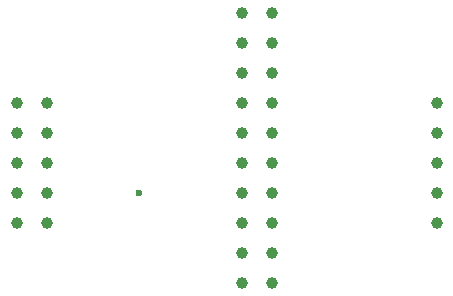
<source format=gbr>
%TF.GenerationSoftware,KiCad,Pcbnew,9.0.1*%
%TF.CreationDate,2025-04-12T19:48:41+08:00*%
%TF.ProjectId,stlink_ex,73746c69-6e6b-45f6-9578-2e6b69636164,rev?*%
%TF.SameCoordinates,Original*%
%TF.FileFunction,Plated,1,2,PTH,Drill*%
%TF.FilePolarity,Positive*%
%FSLAX46Y46*%
G04 Gerber Fmt 4.6, Leading zero omitted, Abs format (unit mm)*
G04 Created by KiCad (PCBNEW 9.0.1) date 2025-04-12 19:48:41*
%MOMM*%
%LPD*%
G01*
G04 APERTURE LIST*
%TA.AperFunction,ViaDrill*%
%ADD10C,0.600000*%
%TD*%
%TA.AperFunction,ComponentDrill*%
%ADD11C,1.000000*%
%TD*%
G04 APERTURE END LIST*
D10*
X127160000Y-118120000D03*
D11*
%TO.C,J14*%
X116840000Y-110495000D03*
X116840000Y-113035000D03*
X116840000Y-115575000D03*
X116840000Y-118115000D03*
X116840000Y-120655000D03*
X119380000Y-110495000D03*
X119380000Y-113035000D03*
X119380000Y-115575000D03*
X119380000Y-118115000D03*
X119380000Y-120655000D03*
%TO.C,J5*%
X135885000Y-102875000D03*
X135885000Y-105415000D03*
X135885000Y-107955000D03*
X135885000Y-110495000D03*
X135885000Y-113035000D03*
X135885000Y-115575000D03*
X135885000Y-118115000D03*
X135885000Y-120655000D03*
X135885000Y-123195000D03*
X135885000Y-125735000D03*
X138425000Y-102875000D03*
X138425000Y-105415000D03*
X138425000Y-107955000D03*
X138425000Y-110495000D03*
X138425000Y-113035000D03*
X138425000Y-115575000D03*
X138425000Y-118115000D03*
X138425000Y-120655000D03*
X138425000Y-123195000D03*
X138425000Y-125735000D03*
%TO.C,J11*%
X152400000Y-110495000D03*
X152400000Y-113035000D03*
X152400000Y-115575000D03*
X152400000Y-118115000D03*
X152400000Y-120655000D03*
M02*

</source>
